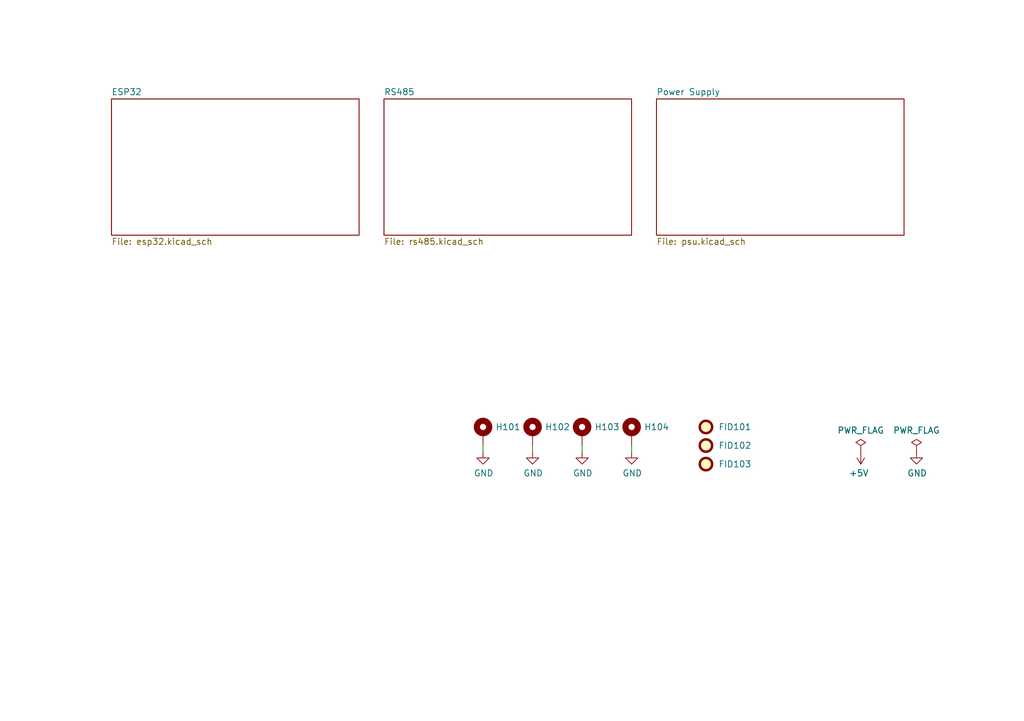
<source format=kicad_sch>
(kicad_sch (version 20250114) (generator "eeschema") (generator_version "9.0")
  (paper "A5")
  (title_block (title "6x2 Matrix Antenna Switch - Interface Module") (date "2025-07-19") (rev "1.1") (company "SQ9NJE Quirky Solutions"))
  (lib_symbols
    (symbol "Mechanical:Fiducial" (in_bom no)
      (property "Reference" "FID" (at 0 5.08 0))
      (property "Value" "Fiducial" (at 0 3.175 0))
      (symbol "Fiducial_0_1"
        (circle (center 0 0) (radius 1.27) (stroke (width 0.508)) (fill (type background)))
      )
    )
    (symbol "Mechanical:MountingHole_Pad" (pin_numbers (hide yes)) (pin_names (offset 1.016) (hide yes)) (in_bom no)
      (property "Reference" "H" (at 0 6.35 0))
      (property "Value" "MountingHole_Pad" (at 0 4.445 0))
      (symbol "MountingHole_Pad_0_1"
        (circle (center 0 1.27) (radius 1.27) (stroke (width 1.27)))
      )
      (symbol "MountingHole_Pad_1_1"
        (pin input line (at 0 -2.54 90) (length 2.54) (name "1") (number "1"))
      )
    )
    (symbol "power:+5V" (power) (pin_names (offset 0))
      (property "Value" "+5V" (at 0 3.556 0))
      (symbol "+5V_0_1"
        (polyline (pts (xy -0.762 1.27) (xy 0 2.54)))
        (polyline (pts (xy 0 2.54) (xy 0.762 1.27)))
        (polyline (pts (xy 0 0) (xy 0 2.54)))
      )
      (symbol "+5V_1_1"
        (pin power_in line (at 0 0 90) (length 0) (hide yes) (name "+5V") (number "1"))
      )
    )
    (symbol "power:GND" (power) (pin_names (offset 0))
      (property "Value" "GND" (at 0 -3.81 0))
      (symbol "GND_0_1"
        (polyline (pts (xy 0 0) (xy 0 -1.27) (xy 1.27 -1.27) (xy 0 -2.54) (xy -1.27 -1.27) (xy 0 -1.27)))
      )
      (symbol "GND_1_1"
        (pin power_in line (at 0 0 270) (length 0) (hide yes) (name "GND") (number "1"))
      )
    )
    (symbol "power:PWR_FLAG" (power) (pin_numbers (hide yes)) (pin_names (offset 0) (hide yes))
      (property "Value" "PWR_FLAG" (at 0 3.81 0))
      (symbol "PWR_FLAG_0_0"
        (pin power_out line (at 0 0 90) (length 0) (name "pwr") (number "1"))
      )
      (symbol "PWR_FLAG_0_1"
        (polyline (pts (xy 0 0) (xy 0 1.27) (xy -1.016 1.905) (xy 0 2.54) (xy 1.016 1.905) (xy 0 1.27)))
      )
    )
  )
  (wire (pts (xy 129.54 91.44) (xy 129.54 92.71)))
  (wire (pts (xy 109.22 91.44) (xy 109.22 92.71)))
  (wire (pts (xy 99.06 91.44) (xy 99.06 92.71)))
  (wire (pts (xy 119.38 91.44) (xy 119.38 92.71)))
  (symbol (lib_id "power:PWR_FLAG") (at 187.96 92.71 0) (unit 1)
    (property "Reference" "#FLG02" (effects (hide yes)))
    (property "Value" "PWR_FLAG" (at 187.96 88.3158 0))
  )
  (symbol (lib_id "power:PWR_FLAG") (at 176.53 92.71 0) (unit 1)
    (property "Reference" "#FLG01" (effects (hide yes)))
    (property "Value" "PWR_FLAG" (at 176.53 88.3158 0))
  )
  (symbol (lib_id "power:GND") (at 187.96 92.71 0) (unit 1)
    (property "Reference" "#PWR035" (effects (hide yes)))
    (property "Value" "GND" (at 188.087 97.1042 0))
  )
  (symbol (lib_id "power:+5V") (at 176.53 92.71 180) (unit 1)
    (property "Reference" "#PWR034" (effects (hide yes)))
    (property "Value" "+5V" (at 176.149 97.1042 0))
  )
  (symbol (lib_id "power:GND") (at 129.54 92.71 0) (unit 1)
    (property "Reference" "#PWR040" (effects (hide yes)))
    (property "Value" "GND" (at 129.667 97.1042 0))
  )
  (symbol (lib_id "power:GND") (at 99.06 92.71 0) (unit 1)
    (property "Reference" "#PWR037" (effects (hide yes)))
    (property "Value" "GND" (at 99.187 97.1042 0))
  )
  (symbol (lib_id "Mechanical:MountingHole_Pad") (at 129.54 88.9 0) (unit 1) (in_bom no)
    (property "Reference" "H104" (at 132.08 87.6299 0) (effects (justify left)))
    (property "Value" "MountingHole_Pad" (effects (hide yes)))
    (property "Footprint" "MountingHole:MountingHole_3.2mm_M3_ISO7380_Pad" (effects (hide yes)))
    (property "Description" "Mounting Hole with connection" (effects (hide yes)))
  )
  (symbol (lib_id "Mechanical:MountingHole_Pad") (at 99.06 88.9 0) (unit 1) (in_bom no)
    (property "Reference" "H101" (at 101.6 87.6299 0) (effects (justify left)))
    (property "Value" "MountingHole_Pad" (effects (hide yes)))
    (property "Footprint" "MountingHole:MountingHole_3.2mm_M3_ISO7380_Pad" (effects (hide yes)))
    (property "Description" "Mounting Hole with connection" (effects (hide yes)))
  )
  (symbol (lib_id "Mechanical:Fiducial") (at 144.78 95.25 0) (unit 1) (in_bom no)
    (property "Reference" "FID103" (at 147.32 95.2499 0) (effects (justify left)))
    (property "Value" "Fiducial" (effects (hide yes)))
    (property "Footprint" "Fiducial:Fiducial_1mm_Mask2mm" (effects (hide yes)))
    (property "Description" "Fiducial Marker" (effects (hide yes)))
  )
  (symbol (lib_id "power:GND") (at 109.22 92.71 0) (unit 1)
    (property "Reference" "#PWR038" (effects (hide yes)))
    (property "Value" "GND" (at 109.347 97.1042 0))
  )
  (symbol (lib_id "Mechanical:MountingHole_Pad") (at 109.22 88.9 0) (unit 1) (in_bom no)
    (property "Reference" "H102" (at 111.76 87.6299 0) (effects (justify left)))
    (property "Value" "MountingHole_Pad" (effects (hide yes)))
    (property "Footprint" "MountingHole:MountingHole_3.2mm_M3_ISO7380_Pad" (effects (hide yes)))
    (property "Description" "Mounting Hole with connection" (effects (hide yes)))
  )
  (symbol (lib_id "Mechanical:Fiducial") (at 144.78 91.44 0) (unit 1) (in_bom no)
    (property "Reference" "FID102" (at 147.32 91.4399 0) (effects (justify left)))
    (property "Value" "Fiducial" (effects (hide yes)))
    (property "Footprint" "Fiducial:Fiducial_1mm_Mask2mm" (effects (hide yes)))
    (property "Description" "Fiducial Marker" (effects (hide yes)))
  )
  (symbol (lib_id "Mechanical:MountingHole_Pad") (at 119.38 88.9 0) (unit 1) (in_bom no)
    (property "Reference" "H103" (at 121.92 87.6299 0) (effects (justify left)))
    (property "Value" "MountingHole_Pad" (effects (hide yes)))
    (property "Footprint" "MountingHole:MountingHole_3.2mm_M3_ISO7380_Pad" (effects (hide yes)))
    (property "Description" "Mounting Hole with connection" (effects (hide yes)))
  )
  (symbol (lib_id "Mechanical:Fiducial") (at 144.78 87.63 0) (unit 1) (in_bom no)
    (property "Reference" "FID101" (at 147.32 87.6299 0) (effects (justify left)))
    (property "Value" "Fiducial" (effects (hide yes)))
    (property "Footprint" "Fiducial:Fiducial_1mm_Mask2mm" (effects (hide yes)))
    (property "Description" "Fiducial Marker" (effects (hide yes)))
  )
  (symbol (lib_id "power:GND") (at 119.38 92.71 0) (unit 1)
    (property "Reference" "#PWR039" (effects (hide yes)))
    (property "Value" "GND" (at 119.507 97.1042 0))
  )
  (sheet (at 22.86 20.32) (size 50.8 27.94) (stroke (width 0.1524))
    (property "Sheetname" "ESP32" (at 22.86 19.6084 0) (effects (justify left bottom)))
    (property "Sheetfile" "esp32.kicad_sch" (at 22.86 48.8446 0) (effects (justify left top)))
  )
  (sheet (at 78.74 20.32) (size 50.8 27.94) (stroke (width 0.1524))
    (property "Sheetname" "RS485" (at 78.74 19.6084 0) (effects (justify left bottom)))
    (property "Sheetfile" "rs485.kicad_sch" (at 78.74 48.8446 0) (effects (justify left top)))
  )
  (sheet (at 134.62 20.32) (size 50.8 27.94) (stroke (width 0.1524))
    (property "Sheetname" "Power Supply" (at 134.62 19.6084 0) (effects (justify left bottom)))
    (property "Sheetfile" "psu.kicad_sch" (at 134.62 48.8446 0) (effects (justify left top)))
  )
)
</source>
